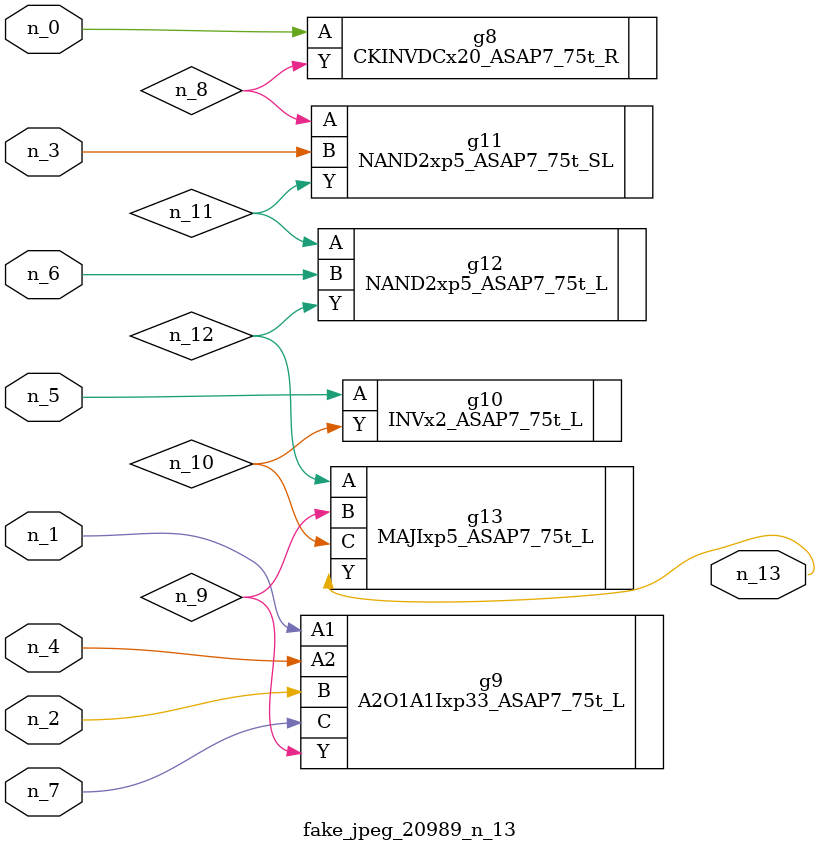
<source format=v>
module fake_jpeg_20989_n_13 (n_3, n_2, n_1, n_0, n_4, n_6, n_5, n_7, n_13);

input n_3;
input n_2;
input n_1;
input n_0;
input n_4;
input n_6;
input n_5;
input n_7;

output n_13;

wire n_11;
wire n_10;
wire n_12;
wire n_8;
wire n_9;

CKINVDCx20_ASAP7_75t_R g8 ( 
.A(n_0),
.Y(n_8)
);

A2O1A1Ixp33_ASAP7_75t_L g9 ( 
.A1(n_1),
.A2(n_4),
.B(n_2),
.C(n_7),
.Y(n_9)
);

INVx2_ASAP7_75t_L g10 ( 
.A(n_5),
.Y(n_10)
);

NAND2xp5_ASAP7_75t_SL g11 ( 
.A(n_8),
.B(n_3),
.Y(n_11)
);

NAND2xp5_ASAP7_75t_L g12 ( 
.A(n_11),
.B(n_6),
.Y(n_12)
);

MAJIxp5_ASAP7_75t_L g13 ( 
.A(n_12),
.B(n_9),
.C(n_10),
.Y(n_13)
);


endmodule
</source>
